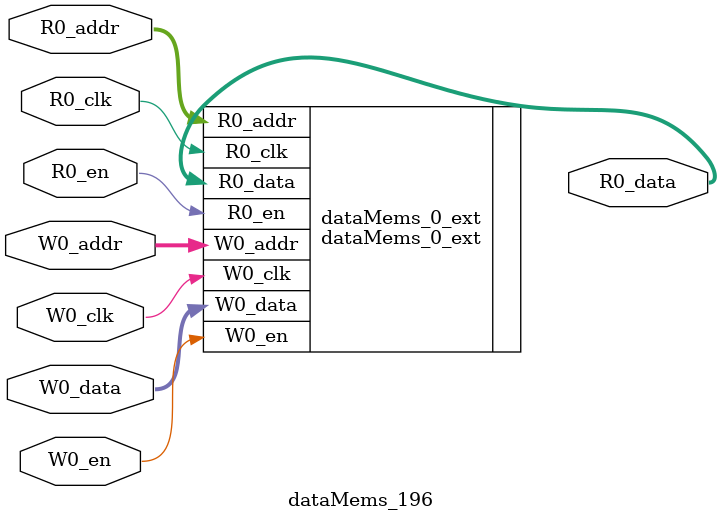
<source format=sv>
`ifndef RANDOMIZE
  `ifdef RANDOMIZE_REG_INIT
    `define RANDOMIZE
  `endif // RANDOMIZE_REG_INIT
`endif // not def RANDOMIZE
`ifndef RANDOMIZE
  `ifdef RANDOMIZE_MEM_INIT
    `define RANDOMIZE
  `endif // RANDOMIZE_MEM_INIT
`endif // not def RANDOMIZE

`ifndef RANDOM
  `define RANDOM $random
`endif // not def RANDOM

// Users can define 'PRINTF_COND' to add an extra gate to prints.
`ifndef PRINTF_COND_
  `ifdef PRINTF_COND
    `define PRINTF_COND_ (`PRINTF_COND)
  `else  // PRINTF_COND
    `define PRINTF_COND_ 1
  `endif // PRINTF_COND
`endif // not def PRINTF_COND_

// Users can define 'ASSERT_VERBOSE_COND' to add an extra gate to assert error printing.
`ifndef ASSERT_VERBOSE_COND_
  `ifdef ASSERT_VERBOSE_COND
    `define ASSERT_VERBOSE_COND_ (`ASSERT_VERBOSE_COND)
  `else  // ASSERT_VERBOSE_COND
    `define ASSERT_VERBOSE_COND_ 1
  `endif // ASSERT_VERBOSE_COND
`endif // not def ASSERT_VERBOSE_COND_

// Users can define 'STOP_COND' to add an extra gate to stop conditions.
`ifndef STOP_COND_
  `ifdef STOP_COND
    `define STOP_COND_ (`STOP_COND)
  `else  // STOP_COND
    `define STOP_COND_ 1
  `endif // STOP_COND
`endif // not def STOP_COND_

// Users can define INIT_RANDOM as general code that gets injected into the
// initializer block for modules with registers.
`ifndef INIT_RANDOM
  `define INIT_RANDOM
`endif // not def INIT_RANDOM

// If using random initialization, you can also define RANDOMIZE_DELAY to
// customize the delay used, otherwise 0.002 is used.
`ifndef RANDOMIZE_DELAY
  `define RANDOMIZE_DELAY 0.002
`endif // not def RANDOMIZE_DELAY

// Define INIT_RANDOM_PROLOG_ for use in our modules below.
`ifndef INIT_RANDOM_PROLOG_
  `ifdef RANDOMIZE
    `ifdef VERILATOR
      `define INIT_RANDOM_PROLOG_ `INIT_RANDOM
    `else  // VERILATOR
      `define INIT_RANDOM_PROLOG_ `INIT_RANDOM #`RANDOMIZE_DELAY begin end
    `endif // VERILATOR
  `else  // RANDOMIZE
    `define INIT_RANDOM_PROLOG_
  `endif // RANDOMIZE
`endif // not def INIT_RANDOM_PROLOG_

// Include register initializers in init blocks unless synthesis is set
`ifndef SYNTHESIS
  `ifndef ENABLE_INITIAL_REG_
    `define ENABLE_INITIAL_REG_
  `endif // not def ENABLE_INITIAL_REG_
`endif // not def SYNTHESIS

// Include rmemory initializers in init blocks unless synthesis is set
`ifndef SYNTHESIS
  `ifndef ENABLE_INITIAL_MEM_
    `define ENABLE_INITIAL_MEM_
  `endif // not def ENABLE_INITIAL_MEM_
`endif // not def SYNTHESIS

module dataMems_196(	// @[generators/ara/src/main/scala/UnsafeAXI4ToTL.scala:365:62]
  input  [4:0]  R0_addr,
  input         R0_en,
  input         R0_clk,
  output [66:0] R0_data,
  input  [4:0]  W0_addr,
  input         W0_en,
  input         W0_clk,
  input  [66:0] W0_data
);

  dataMems_0_ext dataMems_0_ext (	// @[generators/ara/src/main/scala/UnsafeAXI4ToTL.scala:365:62]
    .R0_addr (R0_addr),
    .R0_en   (R0_en),
    .R0_clk  (R0_clk),
    .R0_data (R0_data),
    .W0_addr (W0_addr),
    .W0_en   (W0_en),
    .W0_clk  (W0_clk),
    .W0_data (W0_data)
  );
endmodule


</source>
